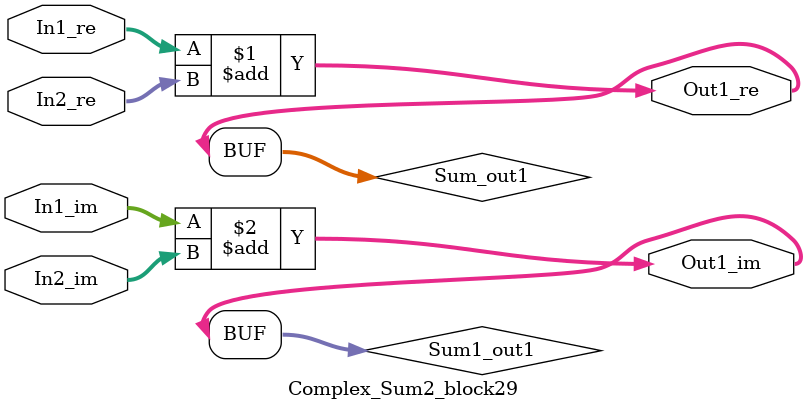
<source format=v>



`timescale 1 ns / 1 ns

module Complex_Sum2_block29
          (In1_re,
           In1_im,
           In2_re,
           In2_im,
           Out1_re,
           Out1_im);


  input   signed [36:0] In1_re;  // sfix37_En22
  input   signed [36:0] In1_im;  // sfix37_En22
  input   signed [36:0] In2_re;  // sfix37_En22
  input   signed [36:0] In2_im;  // sfix37_En22
  output  signed [36:0] Out1_re;  // sfix37_En22
  output  signed [36:0] Out1_im;  // sfix37_En22


  wire signed [36:0] Sum_out1;  // sfix37_En22
  wire signed [36:0] Sum1_out1;  // sfix37_En22


  assign Sum_out1 = In1_re + In2_re;



  assign Out1_re = Sum_out1;

  assign Sum1_out1 = In1_im + In2_im;



  assign Out1_im = Sum1_out1;

endmodule  // Complex_Sum2_block29


</source>
